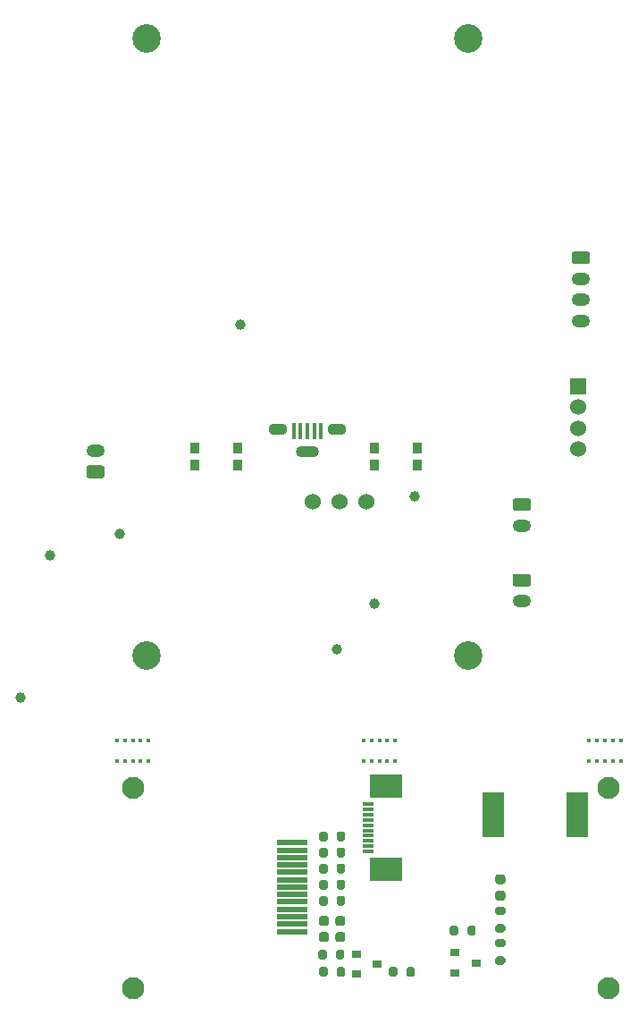
<source format=gbs>
%TF.GenerationSoftware,KiCad,Pcbnew,(5.1.8)-1*%
%TF.CreationDate,2020-12-22T12:44:13-05:00*%
%TF.ProjectId,uratt,75726174-742e-46b6-9963-61645f706362,rev?*%
%TF.SameCoordinates,Original*%
%TF.FileFunction,Soldermask,Bot*%
%TF.FilePolarity,Negative*%
%FSLAX46Y46*%
G04 Gerber Fmt 4.6, Leading zero omitted, Abs format (unit mm)*
G04 Created by KiCad (PCBNEW (5.1.8)-1) date 2020-12-22 12:44:13*
%MOMM*%
%LPD*%
G01*
G04 APERTURE LIST*
%ADD10R,3.100000X2.300000*%
%ADD11R,1.100000X0.300000*%
%ADD12C,1.000000*%
%ADD13C,1.524000*%
%ADD14R,1.524000X1.524000*%
%ADD15C,0.400000*%
%ADD16R,2.000000X4.200000*%
%ADD17C,2.100000*%
%ADD18O,2.200000X1.100000*%
%ADD19O,1.800000X1.100000*%
%ADD20R,0.450000X1.500000*%
%ADD21C,2.700000*%
%ADD22R,3.000000X0.500000*%
%ADD23R,0.900000X0.800000*%
%ADD24O,1.750000X1.200000*%
%ADD25R,0.900000X1.000000*%
G04 APERTURE END LIST*
D10*
%TO.C,J9*%
X63596000Y-106200000D03*
X63596000Y-98360000D03*
D11*
X61896000Y-104530000D03*
X61896000Y-104030000D03*
X61896000Y-103530000D03*
X61896000Y-103030000D03*
X61896000Y-102530000D03*
X61896000Y-102030000D03*
X61896000Y-101530000D03*
X61896000Y-101030000D03*
X61896000Y-100530000D03*
X61896000Y-100030000D03*
%TD*%
D12*
%TO.C,TP7*%
X38354000Y-74422000D03*
%TD*%
D13*
%TO.C,J5*%
X81788000Y-66452000D03*
X81788000Y-64452000D03*
X81788000Y-62452000D03*
D14*
X81788000Y-60452000D03*
%TD*%
D13*
%TO.C,SW4*%
X56642000Y-71374000D03*
X59182000Y-71374000D03*
X61722000Y-71374000D03*
%TD*%
D15*
%TO.C,BK3*%
X85820000Y-95980000D03*
X85070000Y-95980000D03*
X83570000Y-95980000D03*
X84320000Y-95980000D03*
X82820000Y-95980000D03*
X85820000Y-93980000D03*
X82820000Y-93980000D03*
X83570000Y-93980000D03*
X85070000Y-93980000D03*
X84320000Y-93980000D03*
%TD*%
%TO.C,BK2*%
X64460000Y-95980000D03*
X63710000Y-95980000D03*
X62210000Y-95980000D03*
X62960000Y-95980000D03*
X61460000Y-95980000D03*
X64460000Y-93980000D03*
X61460000Y-93980000D03*
X62210000Y-93980000D03*
X63710000Y-93980000D03*
X62960000Y-93980000D03*
%TD*%
%TO.C,BK1*%
X39592000Y-94000000D03*
X40342000Y-94000000D03*
X38842000Y-94000000D03*
X38092000Y-94000000D03*
X41092000Y-94000000D03*
X38092000Y-96000000D03*
X39592000Y-96000000D03*
X38842000Y-96000000D03*
X40342000Y-96000000D03*
X41092000Y-96000000D03*
%TD*%
D16*
%TO.C,BZ2*%
X73724000Y-101076000D03*
X81724000Y-101076000D03*
%TD*%
D17*
%TO.C,H8*%
X84646000Y-117500000D03*
%TD*%
%TO.C,H7*%
X39646000Y-117500000D03*
%TD*%
%TO.C,H6*%
X84646000Y-98516000D03*
%TD*%
%TO.C,H5*%
X39645999Y-98516000D03*
%TD*%
D18*
%TO.C,J1*%
X56134000Y-66665001D03*
D19*
X53334000Y-64515001D03*
X58934000Y-64515001D03*
D20*
X57434000Y-64765001D03*
X54834000Y-64765001D03*
X56784000Y-64765001D03*
X55484000Y-64765001D03*
X56134000Y-64765001D03*
%TD*%
D21*
%TO.C,H4*%
X71386000Y-86000001D03*
%TD*%
%TO.C,H3*%
X40905999Y-86000001D03*
%TD*%
%TO.C,H2*%
X71386000Y-27580001D03*
%TD*%
%TO.C,H1*%
X40906000Y-27580001D03*
%TD*%
D12*
%TO.C,TP6*%
X62484000Y-81026000D03*
%TD*%
%TO.C,TP5*%
X49784000Y-54668001D03*
%TD*%
%TO.C,TP4*%
X31750000Y-76512001D03*
%TD*%
%TO.C,TP3*%
X28956000Y-89974001D03*
%TD*%
%TO.C,TP2*%
X66294000Y-70924001D03*
%TD*%
%TO.C,TP1*%
X58928000Y-85402001D03*
%TD*%
D22*
%TO.C,LCD1*%
X54719000Y-112100000D03*
X54719000Y-111400000D03*
X54719000Y-110700000D03*
X54719000Y-110000000D03*
X54719000Y-109300000D03*
X54719000Y-108600000D03*
X54719000Y-107900000D03*
X54719000Y-107200000D03*
X54719000Y-106500000D03*
X54719000Y-105800000D03*
X54719000Y-105100000D03*
X54719000Y-104400000D03*
X54719000Y-103700000D03*
%TD*%
%TO.C,R53*%
G36*
G01*
X74147000Y-114455000D02*
X74697000Y-114455000D01*
G75*
G02*
X74897000Y-114655000I0J-200000D01*
G01*
X74897000Y-115055000D01*
G75*
G02*
X74697000Y-115255000I-200000J0D01*
G01*
X74147000Y-115255000D01*
G75*
G02*
X73947000Y-115055000I0J200000D01*
G01*
X73947000Y-114655000D01*
G75*
G02*
X74147000Y-114455000I200000J0D01*
G01*
G37*
G36*
G01*
X74147000Y-112805000D02*
X74697000Y-112805000D01*
G75*
G02*
X74897000Y-113005000I0J-200000D01*
G01*
X74897000Y-113405000D01*
G75*
G02*
X74697000Y-113605000I-200000J0D01*
G01*
X74147000Y-113605000D01*
G75*
G02*
X73947000Y-113405000I0J200000D01*
G01*
X73947000Y-113005000D01*
G75*
G02*
X74147000Y-112805000I200000J0D01*
G01*
G37*
%TD*%
%TO.C,R52*%
G36*
G01*
X71291000Y-112289000D02*
X71291000Y-111739000D01*
G75*
G02*
X71491000Y-111539000I200000J0D01*
G01*
X71891000Y-111539000D01*
G75*
G02*
X72091000Y-111739000I0J-200000D01*
G01*
X72091000Y-112289000D01*
G75*
G02*
X71891000Y-112489000I-200000J0D01*
G01*
X71491000Y-112489000D01*
G75*
G02*
X71291000Y-112289000I0J200000D01*
G01*
G37*
G36*
G01*
X69641000Y-112289000D02*
X69641000Y-111739000D01*
G75*
G02*
X69841000Y-111539000I200000J0D01*
G01*
X70241000Y-111539000D01*
G75*
G02*
X70441000Y-111739000I0J-200000D01*
G01*
X70441000Y-112289000D01*
G75*
G02*
X70241000Y-112489000I-200000J0D01*
G01*
X69841000Y-112489000D01*
G75*
G02*
X69641000Y-112289000I0J200000D01*
G01*
G37*
%TD*%
D23*
%TO.C,Q4*%
X72120000Y-115062000D03*
X70120000Y-114112000D03*
X70120000Y-116012000D03*
%TD*%
D24*
%TO.C,J8*%
X36068000Y-66580000D03*
G36*
G01*
X36693001Y-69180000D02*
X35442999Y-69180000D01*
G75*
G02*
X35193000Y-68930001I0J249999D01*
G01*
X35193000Y-68229999D01*
G75*
G02*
X35442999Y-67980000I249999J0D01*
G01*
X36693001Y-67980000D01*
G75*
G02*
X36943000Y-68229999I0J-249999D01*
G01*
X36943000Y-68930001D01*
G75*
G02*
X36693001Y-69180000I-249999J0D01*
G01*
G37*
%TD*%
%TO.C,J7*%
X76454000Y-73686001D03*
G36*
G01*
X75828999Y-71086001D02*
X77079001Y-71086001D01*
G75*
G02*
X77329000Y-71336000I0J-249999D01*
G01*
X77329000Y-72036002D01*
G75*
G02*
X77079001Y-72286001I-249999J0D01*
G01*
X75828999Y-72286001D01*
G75*
G02*
X75579000Y-72036002I0J249999D01*
G01*
X75579000Y-71336000D01*
G75*
G02*
X75828999Y-71086001I249999J0D01*
G01*
G37*
%TD*%
%TO.C,J6*%
X76454000Y-80830001D03*
G36*
G01*
X75828999Y-78230001D02*
X77079001Y-78230001D01*
G75*
G02*
X77329000Y-78480000I0J-249999D01*
G01*
X77329000Y-79180002D01*
G75*
G02*
X77079001Y-79430001I-249999J0D01*
G01*
X75828999Y-79430001D01*
G75*
G02*
X75579000Y-79180002I0J249999D01*
G01*
X75579000Y-78480000D01*
G75*
G02*
X75828999Y-78230001I249999J0D01*
G01*
G37*
%TD*%
%TO.C,J4*%
X82042000Y-54318001D03*
X82042000Y-52318001D03*
X82042000Y-50318001D03*
G36*
G01*
X81416999Y-47718001D02*
X82667001Y-47718001D01*
G75*
G02*
X82917000Y-47968000I0J-249999D01*
G01*
X82917000Y-48668002D01*
G75*
G02*
X82667001Y-48918001I-249999J0D01*
G01*
X81416999Y-48918001D01*
G75*
G02*
X81167000Y-48668002I0J249999D01*
G01*
X81167000Y-47968000D01*
G75*
G02*
X81416999Y-47718001I249999J0D01*
G01*
G37*
%TD*%
D25*
%TO.C,SW2*%
X66566000Y-66314001D03*
X66566000Y-67914001D03*
X62466000Y-66314001D03*
X62466000Y-67914001D03*
%TD*%
%TO.C,SW1*%
X49548000Y-66314001D03*
X49548000Y-67914001D03*
X45448000Y-66314001D03*
X45448000Y-67914001D03*
%TD*%
%TO.C,R51*%
G36*
G01*
X58845000Y-114559000D02*
X58845000Y-114009000D01*
G75*
G02*
X59045000Y-113809000I200000J0D01*
G01*
X59445000Y-113809000D01*
G75*
G02*
X59645000Y-114009000I0J-200000D01*
G01*
X59645000Y-114559000D01*
G75*
G02*
X59445000Y-114759000I-200000J0D01*
G01*
X59045000Y-114759000D01*
G75*
G02*
X58845000Y-114559000I0J200000D01*
G01*
G37*
G36*
G01*
X57195000Y-114559000D02*
X57195000Y-114009000D01*
G75*
G02*
X57395000Y-113809000I200000J0D01*
G01*
X57795000Y-113809000D01*
G75*
G02*
X57995000Y-114009000I0J-200000D01*
G01*
X57995000Y-114559000D01*
G75*
G02*
X57795000Y-114759000I-200000J0D01*
G01*
X57395000Y-114759000D01*
G75*
G02*
X57195000Y-114559000I0J200000D01*
G01*
G37*
%TD*%
%TO.C,R50*%
G36*
G01*
X58907000Y-103383000D02*
X58907000Y-102833000D01*
G75*
G02*
X59107000Y-102633000I200000J0D01*
G01*
X59507000Y-102633000D01*
G75*
G02*
X59707000Y-102833000I0J-200000D01*
G01*
X59707000Y-103383000D01*
G75*
G02*
X59507000Y-103583000I-200000J0D01*
G01*
X59107000Y-103583000D01*
G75*
G02*
X58907000Y-103383000I0J200000D01*
G01*
G37*
G36*
G01*
X57257000Y-103383000D02*
X57257000Y-102833000D01*
G75*
G02*
X57457000Y-102633000I200000J0D01*
G01*
X57857000Y-102633000D01*
G75*
G02*
X58057000Y-102833000I0J-200000D01*
G01*
X58057000Y-103383000D01*
G75*
G02*
X57857000Y-103583000I-200000J0D01*
G01*
X57457000Y-103583000D01*
G75*
G02*
X57257000Y-103383000I0J200000D01*
G01*
G37*
%TD*%
%TO.C,R49*%
G36*
G01*
X58907000Y-106431000D02*
X58907000Y-105881000D01*
G75*
G02*
X59107000Y-105681000I200000J0D01*
G01*
X59507000Y-105681000D01*
G75*
G02*
X59707000Y-105881000I0J-200000D01*
G01*
X59707000Y-106431000D01*
G75*
G02*
X59507000Y-106631000I-200000J0D01*
G01*
X59107000Y-106631000D01*
G75*
G02*
X58907000Y-106431000I0J200000D01*
G01*
G37*
G36*
G01*
X57257000Y-106431000D02*
X57257000Y-105881000D01*
G75*
G02*
X57457000Y-105681000I200000J0D01*
G01*
X57857000Y-105681000D01*
G75*
G02*
X58057000Y-105881000I0J-200000D01*
G01*
X58057000Y-106431000D01*
G75*
G02*
X57857000Y-106631000I-200000J0D01*
G01*
X57457000Y-106631000D01*
G75*
G02*
X57257000Y-106431000I0J200000D01*
G01*
G37*
%TD*%
%TO.C,R48*%
G36*
G01*
X58907000Y-109479000D02*
X58907000Y-108929000D01*
G75*
G02*
X59107000Y-108729000I200000J0D01*
G01*
X59507000Y-108729000D01*
G75*
G02*
X59707000Y-108929000I0J-200000D01*
G01*
X59707000Y-109479000D01*
G75*
G02*
X59507000Y-109679000I-200000J0D01*
G01*
X59107000Y-109679000D01*
G75*
G02*
X58907000Y-109479000I0J200000D01*
G01*
G37*
G36*
G01*
X57257000Y-109479000D02*
X57257000Y-108929000D01*
G75*
G02*
X57457000Y-108729000I200000J0D01*
G01*
X57857000Y-108729000D01*
G75*
G02*
X58057000Y-108929000I0J-200000D01*
G01*
X58057000Y-109479000D01*
G75*
G02*
X57857000Y-109679000I-200000J0D01*
G01*
X57457000Y-109679000D01*
G75*
G02*
X57257000Y-109479000I0J200000D01*
G01*
G37*
%TD*%
%TO.C,R47*%
G36*
G01*
X58907000Y-104907000D02*
X58907000Y-104357000D01*
G75*
G02*
X59107000Y-104157000I200000J0D01*
G01*
X59507000Y-104157000D01*
G75*
G02*
X59707000Y-104357000I0J-200000D01*
G01*
X59707000Y-104907000D01*
G75*
G02*
X59507000Y-105107000I-200000J0D01*
G01*
X59107000Y-105107000D01*
G75*
G02*
X58907000Y-104907000I0J200000D01*
G01*
G37*
G36*
G01*
X57257000Y-104907000D02*
X57257000Y-104357000D01*
G75*
G02*
X57457000Y-104157000I200000J0D01*
G01*
X57857000Y-104157000D01*
G75*
G02*
X58057000Y-104357000I0J-200000D01*
G01*
X58057000Y-104907000D01*
G75*
G02*
X57857000Y-105107000I-200000J0D01*
G01*
X57457000Y-105107000D01*
G75*
G02*
X57257000Y-104907000I0J200000D01*
G01*
G37*
%TD*%
%TO.C,R46*%
G36*
G01*
X58907000Y-107955000D02*
X58907000Y-107405000D01*
G75*
G02*
X59107000Y-107205000I200000J0D01*
G01*
X59507000Y-107205000D01*
G75*
G02*
X59707000Y-107405000I0J-200000D01*
G01*
X59707000Y-107955000D01*
G75*
G02*
X59507000Y-108155000I-200000J0D01*
G01*
X59107000Y-108155000D01*
G75*
G02*
X58907000Y-107955000I0J200000D01*
G01*
G37*
G36*
G01*
X57257000Y-107955000D02*
X57257000Y-107405000D01*
G75*
G02*
X57457000Y-107205000I200000J0D01*
G01*
X57857000Y-107205000D01*
G75*
G02*
X58057000Y-107405000I0J-200000D01*
G01*
X58057000Y-107955000D01*
G75*
G02*
X57857000Y-108155000I-200000J0D01*
G01*
X57457000Y-108155000D01*
G75*
G02*
X57257000Y-107955000I0J200000D01*
G01*
G37*
%TD*%
%TO.C,R45*%
G36*
G01*
X58907000Y-116211000D02*
X58907000Y-115661000D01*
G75*
G02*
X59107000Y-115461000I200000J0D01*
G01*
X59507000Y-115461000D01*
G75*
G02*
X59707000Y-115661000I0J-200000D01*
G01*
X59707000Y-116211000D01*
G75*
G02*
X59507000Y-116411000I-200000J0D01*
G01*
X59107000Y-116411000D01*
G75*
G02*
X58907000Y-116211000I0J200000D01*
G01*
G37*
G36*
G01*
X57257000Y-116211000D02*
X57257000Y-115661000D01*
G75*
G02*
X57457000Y-115461000I200000J0D01*
G01*
X57857000Y-115461000D01*
G75*
G02*
X58057000Y-115661000I0J-200000D01*
G01*
X58057000Y-116211000D01*
G75*
G02*
X57857000Y-116411000I-200000J0D01*
G01*
X57457000Y-116411000D01*
G75*
G02*
X57257000Y-116211000I0J200000D01*
G01*
G37*
%TD*%
%TO.C,R44*%
G36*
G01*
X65511000Y-116211000D02*
X65511000Y-115661000D01*
G75*
G02*
X65711000Y-115461000I200000J0D01*
G01*
X66111000Y-115461000D01*
G75*
G02*
X66311000Y-115661000I0J-200000D01*
G01*
X66311000Y-116211000D01*
G75*
G02*
X66111000Y-116411000I-200000J0D01*
G01*
X65711000Y-116411000D01*
G75*
G02*
X65511000Y-116211000I0J200000D01*
G01*
G37*
G36*
G01*
X63861000Y-116211000D02*
X63861000Y-115661000D01*
G75*
G02*
X64061000Y-115461000I200000J0D01*
G01*
X64461000Y-115461000D01*
G75*
G02*
X64661000Y-115661000I0J-200000D01*
G01*
X64661000Y-116211000D01*
G75*
G02*
X64461000Y-116411000I-200000J0D01*
G01*
X64061000Y-116411000D01*
G75*
G02*
X63861000Y-116211000I0J200000D01*
G01*
G37*
%TD*%
%TO.C,R43*%
G36*
G01*
X74697000Y-110557000D02*
X74147000Y-110557000D01*
G75*
G02*
X73947000Y-110357000I0J200000D01*
G01*
X73947000Y-109957000D01*
G75*
G02*
X74147000Y-109757000I200000J0D01*
G01*
X74697000Y-109757000D01*
G75*
G02*
X74897000Y-109957000I0J-200000D01*
G01*
X74897000Y-110357000D01*
G75*
G02*
X74697000Y-110557000I-200000J0D01*
G01*
G37*
G36*
G01*
X74697000Y-112207000D02*
X74147000Y-112207000D01*
G75*
G02*
X73947000Y-112007000I0J200000D01*
G01*
X73947000Y-111607000D01*
G75*
G02*
X74147000Y-111407000I200000J0D01*
G01*
X74697000Y-111407000D01*
G75*
G02*
X74897000Y-111607000I0J-200000D01*
G01*
X74897000Y-112007000D01*
G75*
G02*
X74697000Y-112207000I-200000J0D01*
G01*
G37*
%TD*%
D23*
%TO.C,Q3*%
X62784000Y-115174000D03*
X60784000Y-114224000D03*
X60784000Y-116124000D03*
%TD*%
%TO.C,C34*%
G36*
G01*
X58807000Y-112884000D02*
X58807000Y-112384000D01*
G75*
G02*
X59032000Y-112159000I225000J0D01*
G01*
X59482000Y-112159000D01*
G75*
G02*
X59707000Y-112384000I0J-225000D01*
G01*
X59707000Y-112884000D01*
G75*
G02*
X59482000Y-113109000I-225000J0D01*
G01*
X59032000Y-113109000D01*
G75*
G02*
X58807000Y-112884000I0J225000D01*
G01*
G37*
G36*
G01*
X57257000Y-112884000D02*
X57257000Y-112384000D01*
G75*
G02*
X57482000Y-112159000I225000J0D01*
G01*
X57932000Y-112159000D01*
G75*
G02*
X58157000Y-112384000I0J-225000D01*
G01*
X58157000Y-112884000D01*
G75*
G02*
X57932000Y-113109000I-225000J0D01*
G01*
X57482000Y-113109000D01*
G75*
G02*
X57257000Y-112884000I0J225000D01*
G01*
G37*
%TD*%
%TO.C,C33*%
G36*
G01*
X58807000Y-111360000D02*
X58807000Y-110860000D01*
G75*
G02*
X59032000Y-110635000I225000J0D01*
G01*
X59482000Y-110635000D01*
G75*
G02*
X59707000Y-110860000I0J-225000D01*
G01*
X59707000Y-111360000D01*
G75*
G02*
X59482000Y-111585000I-225000J0D01*
G01*
X59032000Y-111585000D01*
G75*
G02*
X58807000Y-111360000I0J225000D01*
G01*
G37*
G36*
G01*
X57257000Y-111360000D02*
X57257000Y-110860000D01*
G75*
G02*
X57482000Y-110635000I225000J0D01*
G01*
X57932000Y-110635000D01*
G75*
G02*
X58157000Y-110860000I0J-225000D01*
G01*
X58157000Y-111360000D01*
G75*
G02*
X57932000Y-111585000I-225000J0D01*
G01*
X57482000Y-111585000D01*
G75*
G02*
X57257000Y-111360000I0J225000D01*
G01*
G37*
%TD*%
%TO.C,C32*%
G36*
G01*
X74672000Y-107609000D02*
X74172000Y-107609000D01*
G75*
G02*
X73947000Y-107384000I0J225000D01*
G01*
X73947000Y-106934000D01*
G75*
G02*
X74172000Y-106709000I225000J0D01*
G01*
X74672000Y-106709000D01*
G75*
G02*
X74897000Y-106934000I0J-225000D01*
G01*
X74897000Y-107384000D01*
G75*
G02*
X74672000Y-107609000I-225000J0D01*
G01*
G37*
G36*
G01*
X74672000Y-109159000D02*
X74172000Y-109159000D01*
G75*
G02*
X73947000Y-108934000I0J225000D01*
G01*
X73947000Y-108484000D01*
G75*
G02*
X74172000Y-108259000I225000J0D01*
G01*
X74672000Y-108259000D01*
G75*
G02*
X74897000Y-108484000I0J-225000D01*
G01*
X74897000Y-108934000D01*
G75*
G02*
X74672000Y-109159000I-225000J0D01*
G01*
G37*
%TD*%
M02*

</source>
